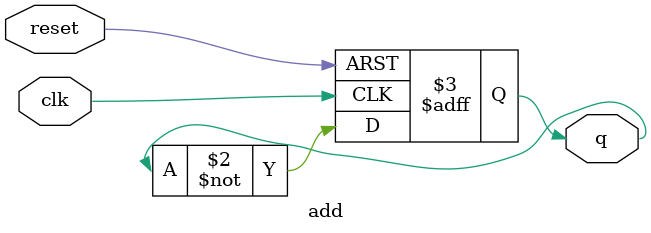
<source format=v>


module add(
    input clk,reset,
    output reg q
    );
    
 /*  reg [24:0]clkdiv;
    always@(posedge(clk))
   clkdiv=clkdiv+1;
   */
    
    always@(posedge(clk),posedge(reset))
    begin
        
        if(reset)
           q<=1'b0;
        else
        
         q<=~q;
         
    end
    endmodule

</source>
